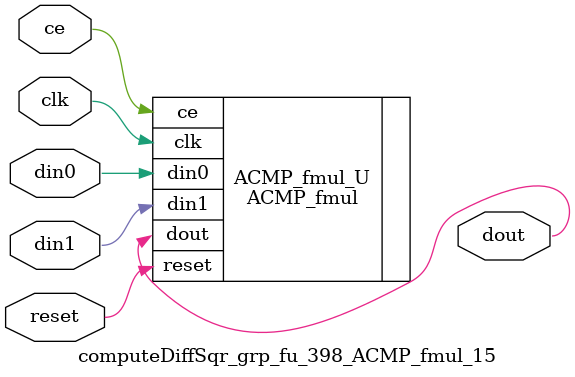
<source format=v>

`timescale 1 ns / 1 ps
module computeDiffSqr_grp_fu_398_ACMP_fmul_15(
    clk,
    reset,
    ce,
    din0,
    din1,
    dout);

parameter ID = 32'd1;
parameter NUM_STAGE = 32'd1;
parameter din0_WIDTH = 32'd1;
parameter din1_WIDTH = 32'd1;
parameter dout_WIDTH = 32'd1;
input clk;
input reset;
input ce;
input[din0_WIDTH - 1:0] din0;
input[din1_WIDTH - 1:0] din1;
output[dout_WIDTH - 1:0] dout;



ACMP_fmul #(
.ID( ID ),
.NUM_STAGE( 4 ),
.din0_WIDTH( din0_WIDTH ),
.din1_WIDTH( din1_WIDTH ),
.dout_WIDTH( dout_WIDTH ))
ACMP_fmul_U(
    .clk( clk ),
    .reset( reset ),
    .ce( ce ),
    .din0( din0 ),
    .din1( din1 ),
    .dout( dout ));

endmodule

</source>
